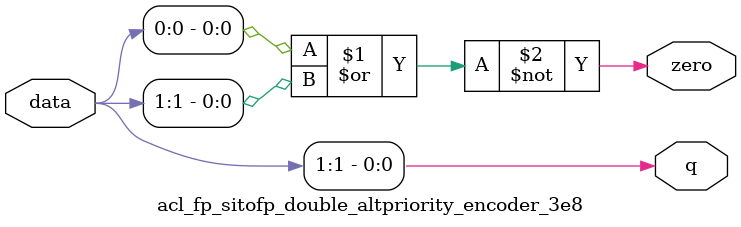
<source format=v>
module  acl_fp_sitofp_double_altpriority_encoder_3e8
	( 
	data,
	q,
	zero) ;
	input   [1:0]  data;
	output   [0:0]  q;
	output   zero;
	assign
		q = {data[1]},
		zero = (~ (data[0] | data[1]));
endmodule
</source>
